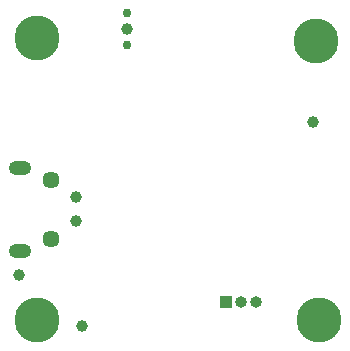
<source format=gbs>
G04 #@! TF.GenerationSoftware,KiCad,Pcbnew,(6.0.6)*
G04 #@! TF.CreationDate,2022-10-22T18:45:05+02:00*
G04 #@! TF.ProjectId,ADXL PCB,4144584c-2050-4434-922e-6b696361645f,rev?*
G04 #@! TF.SameCoordinates,Original*
G04 #@! TF.FileFunction,Soldermask,Bot*
G04 #@! TF.FilePolarity,Negative*
%FSLAX46Y46*%
G04 Gerber Fmt 4.6, Leading zero omitted, Abs format (unit mm)*
G04 Created by KiCad (PCBNEW (6.0.6)) date 2022-10-22 18:45:05*
%MOMM*%
%LPD*%
G01*
G04 APERTURE LIST*
%ADD10C,3.800000*%
%ADD11R,1.000000X1.000000*%
%ADD12O,1.000000X1.000000*%
%ADD13C,1.450000*%
%ADD14O,1.900000X1.200000*%
%ADD15C,0.750000*%
%ADD16C,1.000000*%
G04 APERTURE END LIST*
D10*
X141986000Y-95250000D03*
X165608000Y-95504000D03*
D11*
X157983000Y-117602000D03*
D12*
X159253000Y-117602000D03*
X160523000Y-117602000D03*
D10*
X165862000Y-119126000D03*
D13*
X143194500Y-112228000D03*
D14*
X140494500Y-106228000D03*
X140494500Y-113228000D03*
D13*
X143194500Y-107228000D03*
D15*
X149606000Y-93113000D03*
X149606000Y-95863000D03*
D10*
X141986000Y-119126000D03*
D16*
X165354000Y-102362000D03*
X149606000Y-94488000D03*
X140462000Y-115316000D03*
X145288000Y-108712000D03*
X145796000Y-119634000D03*
X145288000Y-110744000D03*
M02*

</source>
